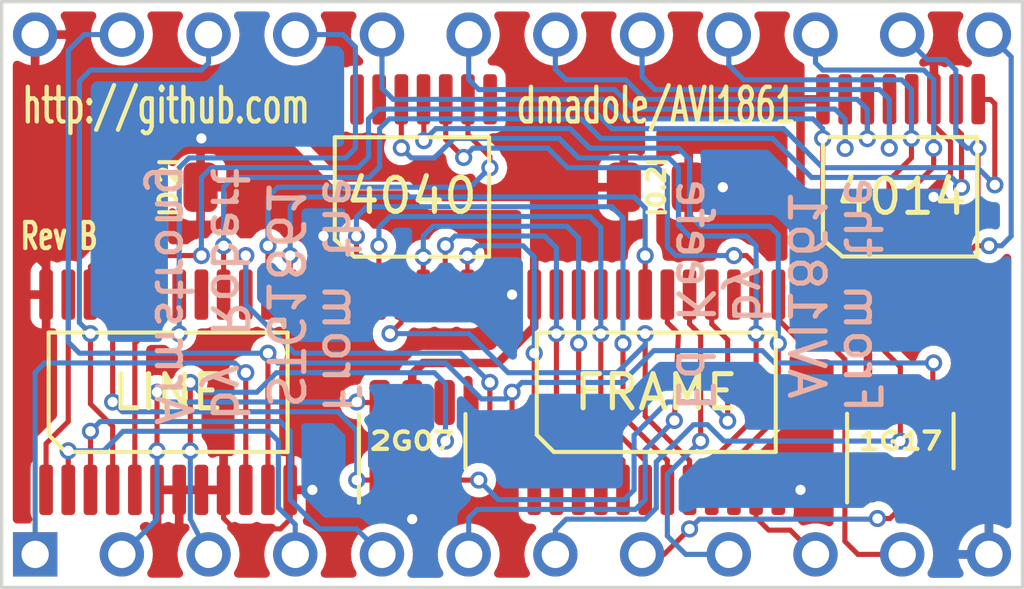
<source format=kicad_pcb>
(kicad_pcb (version 20211014) (generator pcbnew)
  (layers (0 "F.Cu" signal "Front") (31 "B.Cu" signal "Back") (34 "B.Paste" user) (35 "F.Paste" user) (36 "B.SilkS" user "B.Silkscreen") (37 "F.SilkS" user "F.Silkscreen") (38 "B.Mask" user) (39 "F.Mask" user) (44 "Edge.Cuts" user))
  (net 0 "")
  (net 1 "VCC")
  (net 2 "GND")
  (net 3 "Net-(U1-Pad21)")
  (net 4 "/~{INT}")
  (net 5 "Net-(U2-Pad16)")
  (net 6 "/~{DMAO}")
  (net 7 "/~{CLK}")
  (net 8 "/TPA")
  (net 9 "/TPB")
  (net 10 "/~{COMP SYNC}")
  (net 11 "/~{RESET}")
  (net 12 "/~{EFX}")
  (net 13 "/DISP ON")
  (net 14 "/DISP OFF")
  (net 15 "/DI0")
  (net 16 "/DI1")
  (net 17 "/DI2")
  (net 18 "/DI3")
  (net 19 "/DI4")
  (net 20 "/DI5")
  (net 21 "/DI6")
  (net 22 "/DI7")
  (net 23 "/SC0")
  (net 24 "/SC1")
  (net 25 "Net-(U1-Pad1)")
  (net 26 "Net-(U1-Pad16)")
  (net 27 "Net-(U1-Pad13)")
  (net 28 "Net-(U1-Pad14)")
  (net 29 "Net-(U1-Pad15)")
  (net 34 "Net-(U1-Pad22)")
  (net 35 "Net-(U2-Pad3)")
  (net 36 "Net-(U2-Pad4)")
  (net 37 "Net-(U2-Pad5)")
  (net 38 "Net-(U2-Pad6)")
  (net 39 "Net-(U2-Pad7)")
  (net 40 "Net-(U2-Pad8)")
  (net 41 "Net-(U2-Pad9)")
  (net 42 "Net-(U2-Pad10)")
  (net 52 "Net-(U2-Pad14)")
  (net 55 "/VIDEO")
  (net 56 "Net-(J1-Pad23)")
  (footprint "AVI-1861-Reproduction:DIP-24_W15.24mm" (layer "F.Cu") (at 122.5296 89.4842 90)
    (fp_text reference "J1" hide)
    (fp_text value "1861" hide)
  )
  (footprint "AVI-1861-Reproduction:TSSOP-16_4.4x5.0mm_P0.65mm" (layer "F.Cu") (at 147.8825 79 90)
    (fp_text reference "U3" hide)
    (fp_text value "4014")
  )
  (footprint "Package_TO_SOT_SMD:SOT-23-5" (layer "F.Cu") (at 147.875 86.16125 90)
    (fp_text reference "U5" hide)
    (fp_text value "74LVC1G17" hide)
  )
  (footprint "AVI-1861-Reproduction:TSSOP-16_4.4x5.0mm_P0.65mm" (layer "F.Cu") (at 133.5825 79.005 90)
    (fp_text reference "U4" hide)
    (fp_text value "4040")
  )
  (footprint "AVI-1861-Reproduction:TSSOP-24_4.4x7.8mm_P0.65mm" (layer "F.Cu") (at 140.725 84.73 90)
    (fp_text reference "U2" hide)
    (fp_text value "FRAME")
  )
  (footprint "Capacitor_SMD:C_0805_2012Metric" (layer "F.Cu") (at 140.725 78.71875)
    (fp_text reference "C2" hide)
    (fp_text value "0.22u" hide)
  )
  (footprint "AVI-1861-Reproduction:TSSOP-24_4.4x7.8mm_P0.65mm" (layer "F.Cu") (at 126.425 84.73 90)
    (fp_text reference "U1" hide)
    (fp_text value "LINE")
  )
  (footprint "Package_TO_SOT_SMD:SOT-23-6" (layer "F.Cu") (at 133.575 86.16875 90)
    (fp_text reference "U6" hide)
    (fp_text value "74LVC2G07" hide)
  )
  (footprint "Capacitor_SMD:C_0805_2012Metric" (layer "F.Cu") (at 126.425 78.71875)
    (fp_text reference "C1" hide)
    (fp_text value "0.22u" hide)
  )
  (gr_line (start 151.45 90.455) (end 151.45 73.28) (layer "Edge.Cuts") (width 0.1))
  (gr_line (start 121.55 90.455) (end 151.45 90.455) (layer "Edge.Cuts") (width 0.1))
  (gr_line (start 151.45 73.28) (end 121.55 73.28) (layer "Edge.Cuts") (width 0.1))
  (gr_line (start 121.55 73.28) (end 121.55 90.455) (layer "Edge.Cuts") (width 0.1))
  (gr_text "From the\nSTG1861\nby Robert\nArmstrong" (at 129.025 81.8675 270) (layer "B.SilkS") (effects (font (size 1.016 1.016) (thickness 0.1524)) (justify mirror)))
  (gr_text "From the\nAVI1861\nby\nEd Keefe" (at 144.3 81.8675 270) (layer "B.SilkS") (effects (font (size 1.016 1.016) (thickness 0.1524)) (justify mirror)))
  (gr_text "1G17" (at 147.875 86.16125) (layer "F.SilkS") (effects (font (size 0.508 0.635) (thickness 0.127))))
  (gr_text "0.2" (at 126.425 78.71875 90) (layer "F.SilkS") (effects (font (size 0.508 0.508) (thickness 0.127))))
  (gr_text "dmadole/AVI1861" (at 140.725 76.327) (layer "F.SilkS") (effects (font (size 1.016 0.6096) (thickness 0.127))))
  (gr_text "http://github.com" (at 126.365 76.327) (layer "F.SilkS") (effects (font (size 1.016 0.6096) (thickness 0.127))))
  (gr_text "Rev B" (at 123.231475 80.15384) (layer "F.SilkS") (effects (font (size 0.762 0.508) (thickness 0.127))))
  (gr_text "2G07" (at 133.575 86.16125) (layer "F.SilkS") (effects (font (size 0.508 0.635) (thickness 0.127))))
  (gr_text "0.2" (at 140.725 78.71875 90) (layer "F.SilkS") (effects (font (size 0.508 0.508) (thickness 0.127))))
  (segment (start 133.559886 78.4325) (end 134.132386 79.005) (width 0.25) (layer "F.Cu") (net 1))
  (segment (start 134.132386 79.005) (end 137.15 79.005) (width 0.25) (layer "F.Cu") (net 1))
  (segment (start 125.475 78.71875) (end 122.525 78.71875) (width 0.25) (layer "F.Cu") (net 1))
  (segment (start 131.3075 76.1475) (end 131.3025 76.1425) (width 0.15) (layer "F.Cu") (net 1))
  (segment (start 133.575 84.19625) (end 133.575 84.4825) (width 0.25) (layer "F.Cu") (net 1))
  (segment (start 144.95 82.64875) (end 144.95 76.1425) (width 0.25) (layer "F.Cu") (net 1))
  (segment (start 126.1 76.1425) (end 125.475 76.7675) (width 0.25) (layer "F.Cu") (net 1))
  (segment (start 146.925 85.02375) (end 146.925 83.61) (width 0.25) (layer "F.Cu") (net 1))
  (segment (start 133.575 84.4825) (end 133.575 85.03125) (width 0.15) (layer "F.Cu") (net 1))
  (segment (start 131.3075 78.115) (end 131.625 78.4325) (width 0.25) (layer "F.Cu") (net 1))
  (segment (start 122.85 81.00875) (end 122.85 81.8675) (width 0.25) (layer "F.Cu") (net 1))
  (segment (start 144.95 76.1425) (end 145.6075 76.1425) (width 0.25) (layer "F.Cu") (net 1))
  (segment (start 131.3025 76.1425) (end 126.1 76.1425) (width 0.25) (layer "F.Cu") (net 1))
  (segment (start 137.15 81.8675) (end 137.15 78.71875) (width 0.25) (layer "F.Cu") (net 1))
  (segment (start 137.15 82.285) (end 137.15 82.809961) (width 0.25) (layer "F.Cu") (net 1))
  (segment (start 131.3075 76.1475) (end 131.3075 78.115) (width 0.25) (layer "F.Cu") (net 1))
  (segment (start 122.5296 80.68835) (end 122.85 81.00875) (width 0.25) (layer "F.Cu") (net 1))
  (segment (start 146.925 83.61) (end 146.308125 82.993125) (width 0.25) (layer "F.Cu") (net 1))
  (segment (start 131.625 78.4325) (end 133.559886 78.4325) (width 0.25) (layer "F.Cu") (net 1))
  (segment (start 139.775 78.71875) (end 137.15 78.71875) (width 0.25) (layer "F.Cu") (net 1))
  (segment (start 146.308125 82.993125) (end 145.294375 82.993125) (width 0.25) (layer "F.Cu") (net 1))
  (segment (start 145.294375 82.993125) (end 144.95 82.64875) (width 0.25) (layer "F.Cu") (net 1))
  (segment (start 137.15 82.809961) (end 136.088711 83.87125) (width 0.25) (layer "F.Cu") (net 1))
  (segment (start 122.5296 74.2442) (end 122.5296 80.68835) (width 0.25) (layer "F.Cu") (net 1))
  (segment (start 137.15 81.8675) (end 137.15 82.285) (width 0.15) (layer "F.Cu") (net 1))
  (segment (start 133.9 83.87125) (end 133.575 84.19625) (width 0.25) (layer "F.Cu") (net 1))
  (segment (start 136.088711 83.87125) (end 133.9 83.87125) (width 0.25) (layer "F.Cu") (net 1))
  (segment (start 125.475 76.7675) (end 125.475 78.71875) (width 0.25) (layer "F.Cu") (net 1))
  (segment (start 126.75 87.5925) (end 127.4 87.5925) (width 0.15) (layer "F.Cu") (net 2))
  (segment (start 148.85 78.819207) (end 149.343692 78.325515) (width 0.15) (layer "F.Cu") (net 2))
  (segment (start 128.05 87.5925) (end 128.05 88.426) (width 0.15) (layer "F.Cu") (net 2))
  (segment (start 128.05 88.426) (end 128.3615 88.7375) (width 0.15) (layer "F.Cu") (net 2))
  (segment (start 128.3615 88.7375) (end 129.71375 88.7375) (width 0.15) (layer "F.Cu") (net 2))
  (segment (start 148.8575 76.902304) (end 148.8575 76.1375) (width 0.15) (layer "F.Cu") (net 2))
  (segment (start 149.343692 78.325515) (end 149.343692 77.388496) (width 0.15) (layer "F.Cu") (net 2))
  (segment (start 127.4 87.5925) (end 128.05 87.5925) (width 0.15) (layer "F.Cu") (net 2))
  (segment (start 126.1 87.5925) (end 126.75 87.5925) (width 0.15) (layer "F.Cu") (net 2))
  (segment (start 129.71375 88.7375) (end 130 88.45125) (width 0.15) (layer "F.Cu") (net 2))
  (segment (start 130 88.45125) (end 130 87.5925) (width 0.15) (layer "F.Cu") (net 2))
  (segment (start 148.85 79.005) (end 148.85 78.819207) (width 0.15) (layer "F.Cu") (net 2))
  (segment (start 149.343692 77.388496) (end 148.8575 76.902304) (width 0.15) (layer "F.Cu") (net 2))
  (via (at 127.4 77.2875) (size 0.5) (drill 0.3) (layers "F.Cu" "B.Cu") (net 2))
  (via (at 133.575 88.45125) (size 0.5) (drill 0.3) (layers "F.Cu" "B.Cu") (net 2))
  (via (at 130.65 87.5925) (size 0.5) (drill 0.3) (layers "F.Cu" "B.Cu") (net 2))
  (via (at 148.85 79.005) (size 0.5) (drill 0.3) (layers "F.Cu" "B.Cu") (net 2))
  (via (at 130.975 80.15) (size 0.5) (drill 0.3) (layers "F.Cu" "B.Cu") (net 2))
  (via (at 142.675 78.71875) (size 0.5) (drill 0.3) (layers "F.Cu" "B.Cu") (net 2))
  (via (at 144.95 87.5925) (size 0.5) (drill 0.3) (layers "F.Cu" "B.Cu") (net 2))
  (via (at 136.5 81.8675) (size 0.5) (drill 0.3) (layers "F.Cu" "B.Cu") (net 2))
  (segment (start 124.8 85.01625) (end 124.8 81.8675) (width 0.15) (layer "F.Cu") (net 3))
  (segment (start 131.95 87.30625) (end 132.625 87.30625) (width 0.15) (layer "F.Cu") (net 3))
  (via (at 131.95 87.30625) (size 0.5) (drill 0.3) (layers "F.Cu" "B.Cu") (net 3))
  (via (at 124.8 85.01625) (size 0.5) (drill 0.3) (layers "F.Cu" "B.Cu") (net 3))
  (segment (start 131.95 87.30625) (end 131.95 85.855625) (width 0.15) (layer "B.Cu") (net 3))
  (segment (start 131.396875 85.3025) (end 125.08625 85.3025) (width 0.15) (layer "B.Cu") (net 3))
  (segment (start 125.08625 85.3025) (end 124.8 85.01625) (width 0.15) (layer "B.Cu") (net 3))
  (segment (start 131.95 85.855625) (end 131.396875 85.3025) (width 0.15) (layer "B.Cu") (net 3))
  (segment (start 134.55 86.16125) (end 134.55 85.05625) (width 0.15) (layer "F.Cu") (net 4))
  (segment (start 134.55 85.05625) (end 134.525 85.03125) (width 0.15) (layer "F.Cu") (net 4))
  (segment (start 127.075 84.44375) (end 127.075 86.4475) (width 0.15) (layer "F.Cu") (net 4))
  (via (at 134.55 86.16125) (size 0.5) (drill 0.3) (layers "F.Cu" "B.Cu") (net 4))
  (via (at 127.075 84.44375) (size 0.5) (drill 0.3) (layers "F.Cu" "B.Cu") (net 4))
  (via (at 127.075 86.4475) (size 0.5) (drill 0.3) (layers "F.Cu" "B.Cu") (net 4))
  (segment (start 127.075 84.44375) (end 127.36125 84.73) (width 0.15) (layer "B.Cu") (net 4))
  (segment (start 127.36125 84.73) (end 129.025 84.73) (width 0.15) (layer "B.Cu") (net 4))
  (segment (start 134.225 84.1575) (end 134.55 84.4825) (width 0.15) (layer "B.Cu") (net 4))
  (segment (start 127.075 88.45125) (end 127.6096 89.4842) (width 0.15) (layer "B.Cu") (net 4))
  (segment (start 134.55 84.4825) (end 134.55 86.16125) (width 0.15) (layer "B.Cu") (net 4))
  (segment (start 129.025 84.73) (end 129.5975 84.1575) (width 0.15) (layer "B.Cu") (net 4))
  (segment (start 127.075 86.4475) (end 127.075 88.45125) (width 0.15) (layer "B.Cu") (net 4))
  (segment (start 129.5975 84.1575) (end 134.225 84.1575) (width 0.15) (layer "B.Cu") (net 4))
  (segment (start 142.816421 85.573549) (end 142.816421 83.192671) (width 0.15) (layer "F.Cu") (net 5))
  (segment (start 142.35 82.72625) (end 142.35 81.8675) (width 0.15) (layer "F.Cu") (net 5))
  (segment (start 135.525 87.30625) (end 134.525 87.30625) (width 0.15) (layer "F.Cu") (net 5))
  (segment (start 142.816421 83.192671) (end 142.35 82.72625) (width 0.15) (layer "F.Cu") (net 5))
  (via (at 135.525 87.30625) (size 0.5) (drill 0.3) (layers "F.Cu" "B.Cu") (net 5))
  (via (at 142.816421 85.573549) (size 0.5) (drill 0.3) (layers "F.Cu" "B.Cu") (net 5))
  (segment (start 140.075 85.99125) (end 140.075 87.5925) (width 0.15) (layer "B.Cu") (net 5))
  (segment (start 142.816421 85.573549) (end 142.259122 85.01625) (width 0.15) (layer "B.Cu") (net 5))
  (segment (start 142.259122 85.01625) (end 141.05 85.01625) (width 0.15) (layer "B.Cu") (net 5))
  (segment (start 140.075 87.5925) (end 139.78875 87.87875) (width 0.15) (layer "B.Cu") (net 5))
  (segment (start 136.0975 87.87875) (end 135.525 87.30625) (width 0.15) (layer "B.Cu") (net 5))
  (segment (start 141.05 85.01625) (end 140.075 85.99125) (width 0.15) (layer "B.Cu") (net 5))
  (segment (start 139.78875 87.87875) (end 136.0975 87.87875) (width 0.15) (layer "B.Cu") (net 5))
  (segment (start 131.965 85.03125) (end 131.95 85.01625) (width 0.15) (layer "F.Cu") (net 6))
  (segment (start 132.625 85.03125) (end 131.965 85.03125) (width 0.15) (layer "F.Cu") (net 6))
  (segment (start 126.1 86.4475) (end 126.1 84.73) (width 0.15) (layer "F.Cu") (net 6))
  (via (at 126.1 84.73) (size 0.5) (drill 0.3) (layers "F.Cu" "B.Cu") (net 6))
  (via (at 126.1 86.4475) (size 0.5) (drill 0.3) (layers "F.Cu" "B.Cu") (net 6))
  (via (at 131.95 85.01625) (size 0.5) (drill 0.3) (layers "F.Cu" "B.Cu") (net 6))
  (segment (start 126.1 88.4538) (end 125.0696 89.4842) (width 0.15) (layer "B.Cu") (net 6))
  (segment (start 126.38625 85.01625) (end 126.1 84.73) (width 0.15) (layer "B.Cu") (net 6))
  (segment (start 126.1 86.4475) (end 126.1 88.4538) (width 0.15) (layer "B.Cu") (net 6))
  (segment (start 131.95 85.01625) (end 126.38625 85.01625) (width 0.15) (layer "B.Cu") (net 6))
  (segment (start 128.7 84.1575) (end 128.7 87.5925) (width 0.15) (layer "F.Cu") (net 7))
  (via (at 128.7 84.1575) (size 0.5) (drill 0.3) (layers "F.Cu" "B.Cu") (net 7))
  (segment (start 128.375 83.87125) (end 122.81125 83.87125) (width 0.15) (layer "B.Cu") (net 7))
  (segment (start 122.81125 83.87125) (end 122.5296 84.1529) (width 0.15) (layer "B.Cu") (net 7))
  (segment (start 128.7 84.1575) (end 128.66125 84.1575) (width 0.15) (layer "B.Cu") (net 7))
  (segment (start 128.66125 84.1575) (end 128.375 83.87125) (width 0.15) (layer "B.Cu") (net 7))
  (segment (start 122.5296 84.1529) (end 122.5296 89.4842) (width 0.15) (layer "B.Cu") (net 7))
  (segment (start 123.5 87.5925) (end 123.5 86.4475) (width 0.15) (layer "F.Cu") (net 8))
  (via (at 123.5 86.4475) (size 0.5) (drill 0.3) (layers "F.Cu" "B.Cu") (net 8))
  (segment (start 124.533125 86.4475) (end 125.105625 85.875) (width 0.15) (layer "B.Cu") (net 8))
  (segment (start 129.655625 86.16125) (end 129.655625 88.113025) (width 0.15) (layer "B.Cu") (net 8))
  (segment (start 123.5 86.4475) (end 124.533125 86.4475) (width 0.15) (layer "B.Cu") (net 8))
  (segment (start 129.655625 88.113025) (end 130.1496 88.607) (width 0.15) (layer "B.Cu") (net 8))
  (segment (start 130.1496 88.607) (end 130.1496 89.4842) (width 0.15) (layer "B.Cu") (net 8))
  (segment (start 125.105625 85.875) (end 129.369375 85.875) (width 0.15) (layer "B.Cu") (net 8))
  (segment (start 129.369375 85.875) (end 129.655625 86.16125) (width 0.15) (layer "B.Cu") (net 8))
  (segment (start 124.15 87.5925) (end 124.15 85.875) (width 0.15) (layer "F.Cu") (net 9))
  (via (at 124.15 85.875) (size 0.5) (drill 0.3) (layers "F.Cu" "B.Cu") (net 9))
  (segment (start 124.43625 85.58875) (end 129.71375 85.58875) (width 0.15) (layer "B.Cu") (net 9))
  (segment (start 131.9429 88.7375) (end 132.6896 89.4842) (width 0.15) (layer "B.Cu") (net 9))
  (segment (start 129.71375 85.58875) (end 130 85.875) (width 0.15) (layer "B.Cu") (net 9))
  (segment (start 130 85.875) (end 130 87.87875) (width 0.15) (layer "B.Cu") (net 9))
  (segment (start 130 87.87875) (end 130.85875 88.7375) (width 0.15) (layer "B.Cu") (net 9))
  (segment (start 130.85875 88.7375) (end 131.9429 88.7375) (width 0.15) (layer "B.Cu") (net 9))
  (segment (start 124.15 85.875) (end 124.43625 85.58875) (width 0.15) (layer "B.Cu") (net 9))
  (segment (start 141.375 83.0125) (end 141.05 82.6875) (width 0.15) (layer "F.Cu") (net 10))
  (segment (start 141.05 82.6875) (end 141.05 81.8675) (width 0.15) (layer "F.Cu") (net 10))
  (segment (start 141.254759 85.557581) (end 141.375 83.0125) (width 0.15) (layer "F.Cu") (net 10))
  (via (at 141.254759 85.557581) (size 0.5) (drill 0.3) (layers "F.Cu" "B.Cu") (net 10))
  (segment (start 140.11375 88.165) (end 135.48625 88.165) (width 0.15) (layer "B.Cu") (net 10))
  (segment (start 135.48625 88.165) (end 135.2296 88.42165) (width 0.15) (layer "B.Cu") (net 10))
  (segment (start 140.4 87.87875) (end 140.11375 88.165) (width 0.15) (layer "B.Cu") (net 10))
  (segment (start 135.2296 88.42165) (end 135.2296 89.4842) (width 0.15) (layer "B.Cu") (net 10))
  (segment (start 140.4 86.41234) (end 140.4 87.87875) (width 0.15) (layer "B.Cu") (net 10))
  (segment (start 141.254759 85.557581) (end 140.4 86.41234) (width 0.15) (layer "B.Cu") (net 10))
  (segment (start 140.3096 89.4842) (end 140.9533 89.4842) (width 0.15) (layer "F.Cu") (net 11))
  (segment (start 140.9533 89.4842) (end 141.7 88.7375) (width 0.15) (layer "F.Cu") (net 11))
  (segment (start 147.205625 88.431875) (end 147.569375 88.431875) (width 0.15) (layer "F.Cu") (net 11))
  (segment (start 147.875 88.12625) (end 147.875 87.29875) (width 0.15) (layer "F.Cu") (net 11))
  (segment (start 147.569375 88.431875) (end 147.875 88.12625) (width 0.15) (layer "F.Cu") (net 11))
  (via (at 141.7 88.7375) (size 0.5) (drill 0.3) (layers "F.Cu" "B.Cu") (net 11))
  (via (at 147.205625 88.431875) (size 0.5) (drill 0.3) (layers "F.Cu" "B.Cu") (net 11))
  (segment (start 141.98625 88.45125) (end 141.7 88.7375) (width 0.15) (layer "B.Cu") (net 11))
  (segment (start 147.205625 88.431875) (end 147.18625 88.45125) (width 0.15) (layer "B.Cu") (net 11))
  (segment (start 147.18625 88.45125) (end 141.98625 88.45125) (width 0.15) (layer "B.Cu") (net 11))
  (segment (start 142.025 83.05125) (end 142.025 86.16125) (width 0.15) (layer "F.Cu") (net 12))
  (segment (start 141.7 82.72625) (end 142.025 83.05125) (width 0.15) (layer "F.Cu") (net 12))
  (segment (start 141.7 81.8675) (end 141.7 82.72625) (width 0.15) (layer "F.Cu") (net 12))
  (via (at 142.025 86.16125) (size 0.5) (drill 0.3) (layers "F.Cu" "B.Cu") (net 12))
  (segment (start 141.58795 89.4842) (end 142.8496 89.4842) (width 0.15) (layer "B.Cu") (net 12))
  (segment (start 141.05 88.94625) (end 141.58795 89.4842) (width 0.15) (layer "B.Cu") (net 12))
  (segment (start 141.05 87.13625) (end 141.05 88.94625) (width 0.15) (layer "B.Cu") (net 12))
  (segment (start 142.025 86.16125) (end 141.05 87.13625) (width 0.15) (layer "B.Cu") (net 12))
  (segment (start 143.65 88.405) (end 144.018 88.773) (width 0.15) (layer "F.Cu") (net 13))
  (segment (start 143.65 87.5925) (end 143.65 88.405) (width 0.15) (layer "F.Cu") (net 13))
  (segment (start 144.648 88.773) (end 145.41 89.535) (width 0.15) (layer "F.Cu") (net 13))
  (segment (start 144.018 88.773) (end 144.648 88.773) (width 0.15) (layer "F.Cu") (net 13))
  (segment (start 145.137325 83.436135) (end 145.920058 83.436135) (width 0.15) (layer "F.Cu") (net 14))
  (segment (start 144.3 82.59881) (end 145.137325 83.436135) (width 0.15) (layer "F.Cu") (net 14))
  (segment (start 144.3 81.8675) (end 144.3 82.59881) (width 0.15) (layer "F.Cu") (net 14))
  (segment (start 146.63295 89.4842) (end 147.9296 89.4842) (width 0.15) (layer "F.Cu") (net 14))
  (segment (start 146.25 83.766077) (end 146.25 89.10125) (width 0.15) (layer "F.Cu") (net 14))
  (segment (start 146.25 89.10125) (end 146.63295 89.4842) (width 0.15) (layer "F.Cu") (net 14))
  (segment (start 145.920058 83.436135) (end 146.25 83.766077) (width 0.15) (layer "F.Cu") (net 14))
  (segment (start 150.475 80.43625) (end 150.0725 80.43625) (width 0.15) (layer "F.Cu") (net 15))
  (segment (start 150.0725 80.43625) (end 149.4925 81.01625) (width 0.15) (layer "F.Cu") (net 15))
  (segment (start 149.4925 81.01625) (end 149.4925 81.8675) (width 0.15) (layer "F.Cu") (net 15))
  (via (at 150.475 80.43625) (size 0.5) (drill 0.3) (layers "F.Cu" "B.Cu") (net 15))
  (segment (start 150.83875 80.43625) (end 151.121765 80.153235) (width 0.15) (layer "B.Cu") (net 15))
  (segment (start 150.475 80.43625) (end 150.83875 80.43625) (width 0.15) (layer "B.Cu") (net 15))
  (segment (start 151.121765 74.896365) (end 150.4696 74.2442) (width 0.15) (layer "B.Cu") (net 15))
  (segment (start 151.121765 80.153235) (end 151.121765 74.896365) (width 0.15) (layer "B.Cu") (net 15))
  (segment (start 150.15 79.728125) (end 148.8425 81.035625) (width 0.15) (layer "F.Cu") (net 16))
  (segment (start 150.15 77.57375) (end 150.15 79.728125) (width 0.15) (layer "F.Cu") (net 16))
  (segment (start 148.8425 81.035625) (end 148.8425 81.8675) (width 0.15) (layer "F.Cu") (net 16))
  (via (at 150.15 77.57375) (size 0.5) (drill 0.3) (layers "F.Cu" "B.Cu") (net 16))
  (segment (start 149.5 77.24875) (end 149.5 75.28375) (width 0.15) (layer "B.Cu") (net 16))
  (segment (start 148.663525 74.978125) (end 147.9296 74.2442) (width 0.15) (layer "B.Cu") (net 16))
  (segment (start 149.5 75.28375) (end 149.194375 74.978125) (width 0.15) (layer "B.Cu") (net 16))
  (segment (start 150.15 77.57375) (end 149.825 77.57375) (width 0.15) (layer "B.Cu") (net 16))
  (segment (start 149.825 77.57375) (end 149.5 77.24875) (width 0.15) (layer "B.Cu") (net 16))
  (segment (start 149.194375 74.978125) (end 148.663525 74.978125) (width 0.15) (layer "B.Cu") (net 16))
  (segment (start 148.85 78.126875) (end 148.1925 78.784375) (width 0.15) (layer "F.Cu") (net 17))
  (segment (start 148.1925 78.784375) (end 148.1925 81.8675) (width 0.15) (layer "F.Cu") (net 17))
  (segment (start 148.85 77.57375) (end 148.85 78.126875) (width 0.15) (layer "F.Cu") (net 17))
  (via (at 148.85 77.57375) (size 0.5) (drill 0.3) (layers "F.Cu" "B.Cu") (net 17))
  (segment (start 145.6 75.28375) (end 145.3896 75.07335) (width 0.15) (layer "B.Cu") (net 17))
  (segment (start 148.85 75.57) (end 148.56375 75.28375) (width 0.15) (layer "B.Cu") (net 17))
  (segment (start 145.3896 75.07335) (end 145.3896 74.2442) (width 0.15) (layer "B.Cu") (net 17))
  (segment (start 148.85 77.57375) (end 148.85 75.57) (width 0.15) (layer "B.Cu") (net 17))
  (segment (start 148.56375 75.28375) (end 145.6 75.28375) (width 0.15) (layer "B.Cu") (net 17))
  (segment (start 148.2 77.86) (end 147.5425 78.5175) (width 0.15) (layer "F.Cu") (net 18))
  (segment (start 148.2 77.2875) (end 148.2 77.86) (width 0.15) (layer "F.Cu") (net 18))
  (segment (start 147.5425 78.5175) (end 147.5425 81.8675) (width 0.15) (layer "F.Cu") (net 18))
  (via (at 148.2 77.2875) (size 0.5) (drill 0.3) (layers "F.Cu" "B.Cu") (net 18))
  (segment (start 148.2 75.85625) (end 147.91375 75.57) (width 0.15) (layer "B.Cu") (net 18))
  (segment (start 143.28625 75.57) (end 142.8496 75.13335) (width 0.15) (layer "B.Cu") (net 18))
  (segment (start 148.2 77.2875) (end 148.2 75.85625) (width 0.15) (layer "B.Cu") (net 18))
  (segment (start 142.8496 75.13335) (end 142.8496 74.2442) (width 0.15) (layer "B.Cu") (net 18))
  (segment (start 147.91375 75.57) (end 143.28625 75.57) (width 0.15) (layer "B.Cu") (net 18))
  (segment (start 147.5575 77.56625) (end 147.5575 76.1375) (width 0.15) (layer "F.Cu") (net 19))
  (segment (start 147.55 77.57375) (end 147.5575 77.56625) (width 0.15) (layer "F.Cu") (net 19))
  (via (at 147.55 77.57375) (size 0.5) (drill 0.3) (layers "F.Cu" "B.Cu") (net 19))
  (segment (start 140.3096 75.4796) (end 140.3096 74.2442) (width 0.15) (layer "B.Cu") (net 19))
  (segment (start 147.55 77.57375) (end 147.55 76.1425) (width 0.15) (layer "B.Cu") (net 19))
  (segment (start 147.55 76.1425) (end 147.26375 75.85625) (width 0.15) (layer "B.Cu") (net 19))
  (segment (start 147.26375 75.85625) (end 140.68625 75.85625) (width 0.15) (layer "B.Cu") (net 19))
  (segment (start 140.68625 75.85625) (end 140.3096 75.4796) (width 0.15) (layer "B.Cu") (net 19))
  (segment (start 146.9075 77.295) (end 146.9075 76.1425) (width 0.15) (layer "F.Cu") (net 20))
  (via (at 146.9075 77.295) (size 0.5) (drill 0.3) (layers "F.Cu" "B.Cu") (net 20))
  (segment (start 137.7696 75.25335) (end 137.7696 74.2442) (width 0.15) (layer "B.Cu") (net 20))
  (segment (start 146.61375 76.1425) (end 140.4 76.1425) (width 0.15) (layer "B.Cu") (net 20))
  (segment (start 146.9075 77.295) (end 146.9075 76.43625) (width 0.15) (layer "B.Cu") (net 20))
  (segment (start 140.4 76.1425) (end 139.8275 75.57) (width 0.15) (layer "B.Cu") (net 20))
  (segment (start 138.08625 75.57) (end 137.7696 75.25335) (width 0.15) (layer "B.Cu") (net 20))
  (segment (start 146.9075 76.43625) (end 146.61375 76.1425) (width 0.15) (layer "B.Cu") (net 20))
  (segment (start 139.8275 75.57) (end 138.08625 75.57) (width 0.15) (layer "B.Cu") (net 20))
  (segment (start 146.2575 77.58125) (end 146.2575 76.1425) (width 0.15) (layer "F.Cu") (net 21))
  (via (at 146.2575 77.58125) (size 0.5) (drill 0.3) (layers "F.Cu" "B.Cu") (net 21))
  (segment (start 135.2296 75.56085) (end 135.2296 74.2442) (width 0.15) (layer "B.Cu") (net 21))
  (segment (start 146.2575 76.7225) (end 145.96375 76.42875) (width 0.15) (layer "B.Cu") (net 21))
  (segment (start 135.525 75.85625) (end 135.2296 75.56085) (width 0.15) (layer "B.Cu") (net 21))
  (segment (start 139.5025 75.85625) (end 135.525 75.85625) (width 0.15) (layer "B.Cu") (net 21))
  (segment (start 140.075 76.42875) (end 139.5025 75.85625) (width 0.15) (layer "B.Cu") (net 21))
  (segment (start 145.96375 76.42875) (end 140.075 76.42875) (width 0.15) (layer "B.Cu") (net 21))
  (segment (start 146.2575 77.58125) (end 146.2575 76.7225) (width 0.15) (layer "B.Cu") (net 21))
  (segment (start 145.6 81.8625) (end 145.6 77.2875) (width 0.15) (layer "F.Cu") (net 22))
  (via (at 145.6 77.2875) (size 0.5) (drill 0.3) (layers "F.Cu" "B.Cu") (net 22))
  (segment (start 145.6 77.2875) (end 145.6 77.00125) (width 0.15) (layer "B.Cu") (net 22))
  (segment (start 145.6 77.00125) (end 145.31375 76.715) (width 0.15) (layer "B.Cu") (net 22))
  (segment (start 145.31375 76.715) (end 139.75 76.715) (width 0.15) (layer "B.Cu") (net 22))
  (segment (start 139.1775 76.1425) (end 133.015725 76.1425) (width 0.15) (layer "B.Cu") (net 22))
  (segment (start 132.6896 75.816375) (end 132.6896 74.2442) (width 0.15) (layer "B.Cu") (net 22))
  (segment (start 139.75 76.715) (end 139.1775 76.1425) (width 0.15) (layer "B.Cu") (net 22))
  (segment (start 133.015725 76.1425) (end 132.6896 75.816375) (width 0.15) (layer "B.Cu") (net 22))
  (segment (start 126.75 83.0125) (end 125.73625 83.0125) (width 0.15) (layer "F.Cu") (net 23))
  (segment (start 125.45 83.29875) (end 125.45 87.5925) (width 0.15) (layer "F.Cu") (net 23))
  (segment (start 125.73625 83.0125) (end 125.45 83.29875) (width 0.15) (layer "F.Cu") (net 23))
  (via (at 126.75 83.0125) (size 0.5) (drill 0.3) (layers "F.Cu" "B.Cu") (net 23))
  (segment (start 131.91125 74.605269) (end 131.550181 74.2442) (width 0.15) (layer "B.Cu") (net 23))
  (segment (start 131.550181 74.2442) (end 130.1496 74.2442) (width 0.15) (layer "B.Cu") (net 23))
  (segment (start 126.75 78.14625) (end 127.03625 77.86) (width 0.15) (layer "B.Cu") (net 23))
  (segment (start 131.625 77.86) (end 131.91125 77.57375) (width 0.15) (layer "B.Cu") (net 23))
  (segment (start 127.03625 77.86) (end 131.625 77.86) (width 0.15) (layer "B.Cu") (net 23))
  (segment (start 131.91125 77.57375) (end 131.91125 74.605269) (width 0.15) (layer "B.Cu") (net 23))
  (segment (start 126.75 83.0125) (end 126.75 78.14625) (width 0.15) (layer "B.Cu") (net 23))
  (segment (start 124.15 85.074283) (end 124.8 85.724283) (width 0.15) (layer "F.Cu") (net 24))
  (segment (start 124.8 85.724283) (end 124.8 87.5925) (width 0.15) (layer "F.Cu") (net 24))
  (segment (start 124.15 83.0125) (end 124.15 85.074283) (width 0.15) (layer "F.Cu") (net 24))
  (via (at 124.15 83.0125) (size 0.5) (drill 0.3) (layers "F.Cu" "B.Cu") (net 24))
  (segment (start 123.825 82.6875) (end 123.825 75.60875) (width 0.15) (layer "B.Cu") (net 24))
  (segment (start 123.825 75.60875) (end 124.15 75.28375) (width 0.15) (layer "B.Cu") (net 24))
  (segment (start 127.4 75.28375) (end 127.6096 75.07415) (width 0.15) (layer "B.Cu") (net 24))
  (segment (start 127.6096 75.07415) (end 127.6096 74.2442) (width 0.15) (layer "B.Cu") (net 24))
  (segment (start 124.15 75.28375) (end 127.4 75.28375) (width 0.15) (layer "B.Cu") (net 24))
  (segment (start 124.15 83.0125) (end 123.825 82.6875) (width 0.15) (layer "B.Cu") (net 24))
  (segment (start 123.5 85.58875) (end 123.5 81.8675) (width 0.15) (layer "F.Cu") (net 25))
  (segment (start 122.85 87.5925) (end 122.85 86.23875) (width 0.15) (layer "F.Cu") (net 25))
  (segment (start 122.85 86.23875) (end 123.5 85.58875) (width 0.15) (layer "F.Cu") (net 25))
  (segment (start 149.5 76.145) (end 149.5075 76.1375) (width 0.15) (layer "F.Cu") (net 26))
  (segment (start 128.05 80.43625) (end 128.05 81.8675) (width 0.15) (layer "F.Cu") (net 26))
  (segment (start 149.5 77.00125) (end 149.5 76.145) (width 0.15) (layer "F.Cu") (net 26))
  (segment (start 149.666231 78.720006) (end 149.666231 77.167481) (width 0.15) (layer "F.Cu") (net 26))
  (segment (start 149.666231 77.167481) (end 149.5 77.00125) (width 0.15) (layer "F.Cu") (net 26))
  (via (at 149.666231 78.720006) (size 0.5) (drill 0.3) (layers "F.Cu" "B.Cu") (net 26))
  (via (at 128.05 80.43625) (size 0.5) (drill 0.3) (layers "F.Cu" "B.Cu") (net 26))
  (segment (start 145.275 78.4325) (end 149.378725 78.4325) (width 0.15) (layer "B.Cu") (net 26))
  (segment (start 132.619375 78.126875) (end 132.619375 77.00125) (width 0.15) (layer "B.Cu") (net 26))
  (segment (start 128.05 78.71875) (end 128.33625 78.4325) (width 0.15) (layer "B.Cu") (net 26))
  (segment (start 128.05 80.43625) (end 128.05 78.71875) (width 0.15) (layer "B.Cu") (net 26))
  (segment (start 138.5275 76.715) (end 139.1 77.2875) (width 0.15) (layer "B.Cu") (net 26))
  (segment (start 139.1 77.2875) (end 144.13 77.2875) (width 0.15) (layer "B.Cu") (net 26))
  (segment (start 149.378725 78.4325) (end 149.666231 78.720006) (width 0.15) (layer "B.Cu") (net 26))
  (segment (start 132.905625 76.715) (end 138.5275 76.715) (width 0.15) (layer "B.Cu") (net 26))
  (segment (start 132.619375 77.00125) (end 132.905625 76.715) (width 0.15) (layer "B.Cu") (net 26))
  (segment (start 144.13 77.2875) (end 145.275 78.4325) (width 0.15) (layer "B.Cu") (net 26))
  (segment (start 128.33625 78.4325) (end 132.31375 78.4325) (width 0.15) (layer "B.Cu") (net 26))
  (segment (start 132.31375 78.4325) (end 132.619375 78.126875) (width 0.15) (layer "B.Cu") (net 26))
  (segment (start 140.4 81.8675) (end 140.4 80.7225) (width 0.15) (layer "F.Cu") (net 27))
  (segment (start 130 80.7225) (end 130 81.8675) (width 0.15) (layer "F.Cu") (net 27))
  (via (at 140.4 80.7225) (size 0.5) (drill 0.3) (layers "F.Cu" "B.Cu") (net 27))
  (via (at 130 80.7225) (size 0.5) (drill 0.3) (layers "F.Cu" "B.Cu") (net 27))
  (segment (start 130 79.29125) (end 130 80.7225) (width 0.15) (layer "B.Cu") (net 27))
  (segment (start 140.4 79.33) (end 140.075 79.005) (width 0.15) (layer "B.Cu") (net 27))
  (segment (start 140.075 79.005) (end 130.28625 79.005) (width 0.15) (layer "B.Cu") (net 27))
  (segment (start 130.28625 79.005) (end 130 79.29125) (width 0.15) (layer "B.Cu") (net 27))
  (segment (start 140.4 80.7225) (end 140.4 79.33) (width 0.15) (layer "B.Cu") (net 27))
  (segment (start 135.85 77.82125) (end 135.2075 77.17875) (width 0.15) (layer "F.Cu") (net 28))
  (segment (start 135.85 78.14625) (end 135.85 77.82125) (width 0.15) (layer "F.Cu") (net 28))
  (segment (start 129.35 80.43625) (end 129.35 81.8675) (width 0.15) (layer "F.Cu") (net 28))
  (segment (start 135.2075 77.17875) (end 135.2075 76.1425) (width 0.15) (layer "F.Cu") (net 28))
  (via (at 129.35 80.43625) (size 0.5) (drill 0.3) (layers "F.Cu" "B.Cu") (net 28))
  (via (at 135.85 78.14625) (size 0.5) (drill 0.3) (layers "F.Cu" "B.Cu") (net 28))
  (segment (start 129.63625 78.71875) (end 129.35 79.005) (width 0.15) (layer "B.Cu") (net 28))
  (segment (start 129.35 79.005) (end 129.35 80.43625) (width 0.15) (layer "B.Cu") (net 28))
  (segment (start 135.2775 78.71875) (end 129.63625 78.71875) (width 0.15) (layer "B.Cu") (net 28))
  (segment (start 135.85 78.14625) (end 135.2775 78.71875) (width 0.15) (layer "B.Cu") (net 28))
  (segment (start 135.85 84.44375) (end 135.85 85.375625) (width 0.15) (layer "F.Cu") (net 29))
  (segment (start 137.15 86.675625) (end 137.15 87.5925) (width 0.15) (layer "F.Cu") (net 29))
  (segment (start 128.7 80.7225) (end 128.7 81.8675) (width 0.15) (layer "F.Cu") (net 29))
  (segment (start 135.85 85.375625) (end 137.15 86.675625) (width 0.15) (layer "F.Cu") (net 29))
  (via (at 135.85 84.44375) (size 0.5) (drill 0.3) (layers "F.Cu" "B.Cu") (net 29))
  (via (at 128.7 80.7225) (size 0.5) (drill 0.3) (layers "F.Cu" "B.Cu") (net 29))
  (segment (start 130.13125 83.585) (end 128.7 82.15375) (width 0.15) (layer "B.Cu") (net 29))
  (segment (start 135.85 84.44375) (end 134.99125 83.585) (width 0.15) (layer "B.Cu") (net 29))
  (segment (start 128.7 82.15375) (end 128.7 80.7225) (width 0.15) (layer "B.Cu") (net 29))
  (segment (start 134.99125 83.585) (end 130.13125 83.585) (width 0.15) (layer "B.Cu") (net 29))
  (segment (start 127.4 80.7225) (end 124.475 80.7225) (width 0.15) (layer "F.Cu") (net 34))
  (segment (start 150.15 76.145) (end 150.1575 76.1375) (width 0.15) (layer "F.Cu") (net 34))
  (segment (start 150.642566 76.271316) (end 150.51625 76.145) (width 0.15) (layer "F.Cu") (net 34))
  (segment (start 124.15 81.0475) (end 124.15 81.8675) (width 0.15) (layer "F.Cu") (net 34))
  (segment (start 150.51625 76.145) (end 150.15 76.145) (width 0.15) (layer "F.Cu") (net 34))
  (segment (start 150.642566 78.651204) (end 150.642566 76.271316) (width 0.15) (layer "F.Cu") (net 34))
  (segment (start 124.475 80.7225) (end 124.15 81.0475) (width 0.15) (layer "F.Cu") (net 34))
  (via (at 150.642566 78.651204) (size 0.5) (drill 0.3) (layers "F.Cu" "B.Cu") (net 34))
  (via (at 127.4 80.7225) (size 0.5) (drill 0.3) (layers "F.Cu" "B.Cu") (net 34))
  (segment (start 138.8525 76.42875) (end 132.580625 76.42875) (width 0.15) (layer "B.Cu") (net 34))
  (segment (start 127.68625 78.14625) (end 127.4 78.4325) (width 0.15) (layer "B.Cu") (net 34))
  (segment (start 144.455 77.00125) (end 139.425 77.00125) (width 0.15) (layer "B.Cu") (net 34))
  (segment (start 132.294375 76.715) (end 132.294375 77.840625) (width 0.15) (layer "B.Cu") (net 34))
  (segment (start 139.425 77.00125) (end 138.8525 76.42875) (width 0.15) (layer "B.Cu") (net 34))
  (segment (start 132.580625 76.42875) (end 132.294375 76.715) (width 0.15) (layer "B.Cu") (net 34))
  (segment (start 150.642566 78.651204) (end 150.137612 78.14625) (width 0.15) (layer "B.Cu") (net 34))
  (segment (start 131.98875 78.14625) (end 127.68625 78.14625) (width 0.15) (layer "B.Cu") (net 34))
  (segment (start 127.4 78.4325) (end 127.4 80.7225) (width 0.15) (layer "B.Cu") (net 34))
  (segment (start 150.137612 78.14625) (end 145.6 78.14625) (width 0.15) (layer "B.Cu") (net 34))
  (segment (start 145.6 78.14625) (end 144.455 77.00125) (width 0.15) (layer "B.Cu") (net 34))
  (segment (start 132.294375 77.840625) (end 131.98875 78.14625) (width 0.15) (layer "B.Cu") (net 34))
  (segment (start 138.45 86.73375) (end 138.45 87.5925) (width 0.15) (layer "F.Cu") (net 35))
  (segment (start 135.1925 80.73) (end 135.1925 81.8675) (width 0.127) (layer "F.Cu") (net 35))
  (segment (start 137.15 85.43375) (end 138.45 86.73375) (width 0.15) (layer "F.Cu") (net 35))
  (segment (start 137.15 83.585) (end 137.15 85.43375) (width 0.15) (layer "F.Cu") (net 35))
  (via (at 135.1925 80.73) (size 0.5) (drill 0.3) (layers "F.Cu" "B.Cu") (net 35))
  (via (at 137.15 83.585) (size 0.5) (drill 0.3) (layers "F.Cu" "B.Cu") (net 35))
  (segment (start 136.825 80.43625) (end 135.48625 80.43625) (width 0.15) (layer "B.Cu") (net 35))
  (segment (start 135.48625 80.43625) (end 135.1925 80.73) (width 0.15) (layer "B.Cu") (net 35))
  (segment (start 137.15 83.585) (end 137.15 80.76125) (width 0.15) (layer "B.Cu") (net 35))
  (segment (start 137.15 80.76125) (end 136.825 80.43625) (width 0.15) (layer "B.Cu") (net 35))
  (segment (start 137.8 83.0125) (end 137.8 85.43375) (width 0.15) (layer "F.Cu") (net 36))
  (segment (start 134.55 80.42875) (end 134.5425 80.43625) (width 0.15) (layer "F.Cu") (net 36))
  (segment (start 137.8 85.43375) (end 139.1 86.73375) (width 0.15) (layer "F.Cu") (net 36))
  (segment (start 139.1 86.73375) (end 139.1 87.5925) (width 0.15) (layer "F.Cu") (net 36))
  (segment (start 134.5425 80.43625) (end 134.5425 81.97242) (width 0.15) (layer "F.Cu") (net 36))
  (via (at 137.8 83.0125) (size 0.5) (drill 0.3) (layers "F.Cu" "B.Cu") (net 36))
  (via (at 134.55 80.42875) (size 0.5) (drill 0.3) (layers "F.Cu" "B.Cu") (net 36))
  (segment (start 137.8 80.494375) (end 137.8 83.0125) (width 0.15) (layer "B.Cu") (net 36))
  (segment (start 134.82875 80.15) (end 137.455625 80.15) (width 0.15) (layer "B.Cu") (net 36))
  (segment (start 137.455625 80.15) (end 137.8 80.494375) (width 0.15) (layer "B.Cu") (net 36))
  (segment (start 134.55 80.42875) (end 134.82875 80.15) (width 0.15) (layer "B.Cu") (net 36))
  (segment (start 138.45 85.43375) (end 139.75 86.73375) (width 0.15) (layer "F.Cu") (net 37))
  (segment (start 133.9 80.76125) (end 133.9 81.8675) (width 0.15) (layer "F.Cu") (net 37))
  (segment (start 139.75 86.73375) (end 139.75 87.5925) (width 0.15) (layer "F.Cu") (net 37))
  (segment (start 138.45 83.29875) (end 138.45 85.43375) (width 0.15) (layer "F.Cu") (net 37))
  (via (at 133.9 80.76125) (size 0.5) (drill 0.3) (layers "F.Cu" "B.Cu") (net 37))
  (via (at 138.45 83.29875) (size 0.5) (drill 0.3) (layers "F.Cu" "B.Cu") (net 37))
  (segment (start 134.18625 79.86375) (end 138.105625 79.86375) (width 0.15) (layer "B.Cu") (net 37))
  (segment (start 138.45 80.208125) (end 138.45 83.29875) (width 0.15) (layer "B.Cu") (net 37))
  (segment (start 133.9 80.15) (end 134.18625 79.86375) (width 0.15) (layer "B.Cu") (net 37))
  (segment (start 133.9 80.76125) (end 133.9 80.15) (width 0.15) (layer "B.Cu") (net 37))
  (segment (start 138.105625 79.86375) (end 138.45 80.208125) (width 0.15) (layer "B.Cu") (net 37))
  (segment (start 132.6 81.97992) (end 132.5925 81.97242) (width 0.2) (layer "F.Cu") (net 38))
  (segment (start 140.4 86.73375) (end 140.4 87.5925) (width 0.15) (layer "F.Cu") (net 38))
  (segment (start 139.1 85.43375) (end 140.4 86.73375) (width 0.15) (layer "F.Cu") (net 38))
  (segment (start 139.1 83.0125) (end 139.1 85.43375) (width 0.15) (layer "F.Cu") (net 38))
  (segment (start 132.6 80.43625) (end 132.6 81.97992) (width 0.15) (layer "F.Cu") (net 38))
  (via (at 132.6 80.43625) (size 0.5) (drill 0.3) (layers "F.Cu" "B.Cu") (net 38))
  (via (at 139.1 83.0125) (size 0.5) (drill 0.3) (layers "F.Cu" "B.Cu") (net 38))
  (segment (start 132.6 80.43625) (end 132.6 79.9025) (width 0.15) (layer "B.Cu") (net 38))
  (segment (start 132.6 79.9025) (end 132.925 79.5775) (width 0.15) (layer "B.Cu") (net 38))
  (segment (start 139.1 79.9025) (end 139.1 83.0125) (width 0.15) (layer "B.Cu") (net 38))
  (segment (start 132.925 79.5775) (end 138.775 79.5775) (width 0.15) (layer "B.Cu") (net 38))
  (segment (start 138.775 79.5775) (end 139.1 79.9025) (width 0.15) (layer "B.Cu") (net 38))
  (segment (start 141.05 86.73375) (end 141.05 87.5925) (width 0.15) (layer "F.Cu") (net 39))
  (segment (start 139.75 83.29875) (end 139.75 85.43375) (width 0.15) (layer "F.Cu") (net 39))
  (segment (start 131.9425 80.1575) (end 131.9425 81.97242) (width 0.15) (layer "F.Cu") (net 39))
  (segment (start 139.75 85.43375) (end 141.05 86.73375) (width 0.15) (layer "F.Cu") (net 39))
  (via (at 131.9425 80.1575) (size 0.5) (drill 0.3) (layers "F.Cu" "B.Cu") (net 39))
  (via (at 139.75 83.29875) (size 0.5) (drill 0.3) (layers "F.Cu" "B.Cu") (net 39))
  (segment (start 139.75 79.61625) (end 139.75 83.29875) (width 0.15) (layer "B.Cu") (net 39))
  (segment (start 132.248125 79.29125) (end 139.425 79.29125) (width 0.15) (layer "B.Cu") (net 39))
  (segment (start 131.9425 80.1575) (end 131.9425 79.596875) (width 0.15) (layer "B.Cu") (net 39))
  (segment (start 139.425 79.29125) (end 139.75 79.61625) (width 0.15) (layer "B.Cu") (net 39))
  (segment (start 131.9425 79.596875) (end 132.248125 79.29125) (width 0.15) (layer "B.Cu") (net 39))
  (segment (start 132.925 83.0125) (end 133.25 82.6875) (width 0.15) (layer "F.Cu") (net 40))
  (segment (start 141.7 86.73375) (end 141.7 87.5925) (width 0.15) (layer "F.Cu") (net 40))
  (segment (start 140.4 83.0125) (end 140.4 85.43375) (width 0.15) (layer "F.Cu") (net 40))
  (segment (start 133.25 82.6875) (end 133.25 81.8675) (width 0.15) (layer "F.Cu") (net 40))
  (segment (start 140.4 85.43375) (end 141.7 86.73375) (width 0.15) (layer "F.Cu") (net 40))
  (via (at 132.925 83.0125) (size 0.5) (drill 0.3) (layers "F.Cu" "B.Cu") (net 40))
  (via (at 140.4 83.0125) (size 0.5) (drill 0.3) (layers "F.Cu" "B.Cu") (net 40))
  (segment (start 136.38375 84.1575) (end 137.475 84.1575) (width 0.15) (layer "B.Cu") (net 40))
  (segment (start 132.925 83.0125) (end 135.23875 83.0125) (width 0.15) (layer "B.Cu") (net 40))
  (segment (start 140.4 83.337086) (end 140.4 83.0125) (width 0.15) (layer "B.Cu") (net 40))
  (segment (start 139.579586 84.1575) (end 140.4 83.337086) (width 0.15) (layer "B.Cu") (net 40))
  (segment (start 135.23875 83.0125) (end 136.38375 84.1575) (width 0.15) (layer "B.Cu") (net 40))
  (segment (start 137.475 84.1575) (end 139.579586 84.1575) (width 0.15) (layer "B.Cu") (net 40))
  (segment (start 133.2575 77.56625) (end 133.2575 76.165) (width 0.15) (layer "F.Cu") (net 41))
  (segment (start 143.65 83.0125) (end 143.65 85.43375) (width 0.15) (layer "F.Cu") (net 41))
  (segment (start 143.65 85.43375) (end 142.35 86.73375) (width 0.15) (layer "F.Cu") (net 41))
  (segment (start 142.35 86.73375) (end 142.35 87.5925) (width 0.15) (layer "F.Cu") (net 41))
  (segment (start 133.2575 76.165) (end 133.28 76.1425) (width 0.15) (layer "F.Cu") (net 41))
  (via (at 133.2575 77.56625) (size 0.5) (drill 0.3) (layers "F.Cu" "B.Cu") (net 41))
  (via (at 143.65 83.0125) (size 0.5) (drill 0.3) (layers "F.Cu" "B.Cu") (net 41))
  (segment (start 141.375 78.14625) (end 141.375 79.825) (width 0.15) (layer "B.Cu") (net 41))
  (segment (start 141.7 80.15) (end 143.36375 80.15) (width 0.15) (layer "B.Cu") (net 41))
  (segment (start 137.8775 77.2875) (end 138.45 77.86) (width 0.15) (layer "B.Cu") (net 41))
  (segment (start 141.375 79.825) (end 141.7 80.15) (width 0.15) (layer "B.Cu") (net 41))
  (segment (start 143.36375 80.15) (end 143.65 80.43625) (width 0.15) (layer "B.Cu") (net 41))
  (segment (start 133.2575 77.56625) (end 133.55125 77.86) (width 0.15) (layer "B.Cu") (net 41))
  (segment (start 134.7975 77.2875) (end 137.8775 77.2875) (width 0.15) (layer "B.Cu") (net 41))
  (segment (start 134.225 77.86) (end 134.7975 77.2875) (width 0.15) (layer "B.Cu") (net 41))
  (segment (start 141.08875 77.86) (end 141.375 78.14625) (width 0.15) (layer "B.Cu") (net 41))
  (segment (start 138.45 77.86) (end 141.08875 77.86) (width 0.15) (layer "B.Cu") (net 41))
  (segment (start 143.65 80.43625) (end 143.65 83.0125) (width 0.15) (layer "B.Cu") (net 41))
  (segment (start 133.55125 77.86) (end 134.225 77.86) (width 0.15) (layer "B.Cu") (net 41))
  (segment (start 143 86.73375) (end 143 87.5925) (width 0.15) (layer "F.Cu") (net 42))
  (segment (start 133.915 77.354259) (end 133.915 76.15) (width 0.15) (layer "F.Cu") (net 42))
  (segment (start 144.3 85.43375) (end 143 86.73375) (width 0.15) (layer "F.Cu") (net 42))
  (segment (start 133.915 76.15) (end 133.9075 76.1425) (width 0.15) (layer "F.Cu") (net 42))
  (segment (start 144.3 83.29875) (end 144.3 85.43375) (width 0.15) (layer "F.Cu") (net 42))
  (via (at 133.915 77.354259) (size 0.5) (drill 0.3) (layers "F.Cu" "B.Cu") (net 42))
  (via (at 144.3 83.29875) (size 0.5) (drill 0.3) (layers "F.Cu" "B.Cu") (net 42))
  (segment (start 144.0525 79.86375) (end 144.3 80.11125) (width 0.15) (layer "B.Cu") (net 42))
  (segment (start 144.3 80.11125) (end 144.3 83.29875) (width 0.15) (layer "B.Cu") (net 42))
  (segment (start 134.268009 77.00125) (end 138.2025 77.00125) (width 0.15) (layer "B.Cu") (net 42))
  (segment (start 141.375 77.57375) (end 141.7 77.89875) (width 0.15) (layer "B.Cu") (net 42))
  (segment (start 141.7 77.89875) (end 141.7 79.53875) (width 0.15) (layer "B.Cu") (net 42))
  (segment (start 141.7 79.53875) (end 142.025 79.86375) (width 0.15) (layer "B.Cu") (net 42))
  (segment (start 138.775 77.57375) (end 141.375 77.57375) (width 0.15) (layer "B.Cu") (net 42))
  (segment (start 133.915 77.354259) (end 134.268009 77.00125) (width 0.15) (layer "B.Cu") (net 42))
  (segment (start 138.2025 77.00125) (end 138.775 77.57375) (width 0.15) (layer "B.Cu") (net 42))
  (segment (start 142.025 79.86375) (end 144.0525 79.86375) (width 0.15) (layer "B.Cu") (net 42))
  (segment (start 143.65 81.00875) (end 143.65 81.8675) (width 0.15) (layer "F.Cu") (net 52))
  (segment (start 143 80.7225) (end 143.36375 80.7225) (width 0.15) (layer "F.Cu") (net 52))
  (segment (start 143.36375 80.7225) (end 143.65 81.00875) (width 0.15) (layer "F.Cu") (net 52))
  (segment (start 135.082252 77.847191) (end 134.5575 77.322439) (width 0.15) (layer "F.Cu") (net 52))
  (segment (start 134.5575 77.322439) (end 134.5575 76.1425) (width 0.15) (layer "F.Cu") (net 52))
  (via (at 135.082252 77.847191) (size 0.5) (drill 0.3) (layers "F.Cu" "B.Cu") (net 52))
  (via (at 143 80.7225) (size 0.5) (drill 0.3) (layers "F.Cu" "B.Cu") (net 52))
  (segment (start 140.76375 78.14625) (end 141.05 78.4325) (width 0.15) (layer "B.Cu") (net 52))
  (segment (start 141.2975 80.7225) (end 143 80.7225) (width 0.15) (layer "B.Cu") (net 52))
  (segment (start 137.5525 77.57375) (end 138.125 78.14625) (width 0.15) (layer "B.Cu") (net 52))
  (segment (start 135.355693 77.57375) (end 137.5525 77.57375) (width 0.15) (layer "B.Cu") (net 52))
  (segment (start 135.082252 77.847191) (end 135.355693 77.57375) (width 0.15) (layer "B.Cu") (net 52))
  (segment (start 141.05 80.475) (end 141.2975 80.7225) (width 0.15) (layer "B.Cu") (net 52))
  (segment (start 141.05 78.4325) (end 141.05 80.475) (width 0.15) (layer "B.Cu") (net 52))
  (segment (start 138.125 78.14625) (end 140.76375 78.14625) (width 0.15) (layer "B.Cu") (net 52))
  (segment (start 147.875 83.9875) (end 146.9 83.0125) (width 0.15) (layer "F.Cu") (net 55))
  (segment (start 146.9 83.0125) (end 146.9 81.8625) (width 0.15) (layer "F.Cu") (net 55))
  (segment (start 147.875 86.16125) (end 147.875 83.9875) (width 0.15) (layer "F.Cu") (net 55))
  (via (at 147.875 86.16125) (size 0.5) (drill 0.3) (layers "F.Cu" "B.Cu") (net 55))
  (segment (start 140.725 88.12625) (end 140.4 88.45125) (width 0.15) (layer "B.Cu") (net 55))
  (segment (start 140.725 86.7725) (end 140.725 88.12625) (width 0.15) (layer "B.Cu") (net 55))
  (segment (start 142.706024 86.16125) (end 142.22625 85.681476) (width 0.15) (layer "B.Cu") (net 55))
  (segment (start 138.08625 88.45125) (end 137.7696 88.7679) (width 0.15) (layer "B.Cu") (net 55))
  (segment (start 137.7696 88.7679) (end 137.7696 89.4842) (width 0.15) (layer "B.Cu") (net 55))
  (segment (start 147.875 86.16125) (end 142.706024 86.16125) (width 0.15) (layer "B.Cu") (net 55))
  (segment (start 142.22625 85.681476) (end 141.816024 85.681476) (width 0.15) (layer "B.Cu") (net 55))
  (segment (start 141.816024 85.681476) (end 140.725 86.7725) (width 0.15) (layer "B.Cu") (net 55))
  (segment (start 140.4 88.45125) (end 138.08625 88.45125) (width 0.15) (layer "B.Cu") (net 55))
  (segment (start 148.825 83.89625) (end 148.85 83.87125) (width 0.15) (layer "F.Cu") (net 56))
  (segment (start 136.5 84.73) (end 136.5 85.43375) (width 0.15) (layer "F.Cu") (net 56))
  (segment (start 148.825 85.02375) (end 148.825 83.89625) (width 0.15) (layer "F.Cu") (net 56))
  (segment (start 129.35 87.5925) (end 129.35 83.585) (width 0.15) (layer "F.Cu") (net 56))
  (segment (start 136.5 85.43375) (end 137.8 86.73375) (width 0.15) (layer "F.Cu") (net 56))
  (segment (start 137.8 86.73375) (end 137.8 87.5925) (width 0.15) (layer "F.Cu") (net 56))
  (via (at 148.85 83.87125) (size 0.5) (drill 0.3) (layers "F.Cu" "B.Cu") (net 56))
  (via (at 136.5 84.73) (size 0.5) (drill 0.3) (layers "F.Cu" "B.Cu") (net 56))
  (via (at 129.35 83.585) (size 0.5) (drill 0.3) (layers "F.Cu" "B.Cu") (net 56))
  (segment (start 123.5 83.26) (end 123.5 74.71125) (width 0.15) (layer "B.Cu") (net 56))
  (segment (start 143.83056 83.509637) (end 144.192173 83.87125) (width 0.15) (layer "B.Cu") (net 56))
  (segment (start 129.35 83.585) (end 123.825 83.585) (width 0.15) (layer "B.Cu") (net 56))
  (segment (start 136.5 84.73) (end 136.304213 84.925787) (width 0.15) (layer "B.Cu") (net 56))
  (segment (start 136.304213 84.925787) (end 135.604537 84.925787) (width 0.15) (layer "B.Cu") (net 56))
  (segment (start 135.604537 84.925787) (end 134.55 83.87125) (width 0.15) (layer "B.Cu") (net 56))
  (segment (start 136.5 84.73) (end 136.78625 84.44375) (width 0.15) (layer "B.Cu") (net 56))
  (segment (start 129.63625 83.87125) (end 129.35 83.585) (width 0.15) (layer "B.Cu") (net 56))
  (segment (start 136.78625 84.44375) (end 139.718664 84.44375) (width 0.15) (layer "B.Cu") (net 56))
  (segment (start 139.718664 84.44375) (end 140.652777 83.509637) (width 0.15) (layer "B.Cu") (net 56))
  (segment (start 134.55 83.87125) (end 129.63625 83.87125) (width 0.15) (layer "B.Cu") (net 56))
  (segment (start 123.5 74.71125) (end 123.96705 74.2442) (width 0.15) (layer "B.Cu") (net 56))
  (segment (start 123.825 83.585) (end 123.5 83.26) (width 0.15) (layer "B.Cu") (net 56))
  (segment (start 140.652777 83.509637) (end 143.83056 83.509637) (width 0.15) (layer "B.Cu") (net 56))
  (segment (start 144.192173 83.87125) (end 148.85 83.87125) (width 0.15) (layer "B.Cu") (net 56))
  (segment (start 123.96705 74.2442) (end 125.0696 74.2442) (width 0.15) (layer "B.Cu") (net 56))
  (zone (net 1) (net_name "VCC") (layer "F.Cu") (connect_pads (clearance 0.254)) (min_thickness 0.254) (fill yes (thermal_gap 0.254) (thermal_bridge_width 0.254))
    (polygon (pts (xy 145.070139 76.715) (xy 140.4 76.715) (xy 140.4 81.295) (xy 137.15 81.256598) (xy 137.15 79.005) (xy 134.225 79.005) (xy 133.575 78.4325) (xy 131.508543 78.468892) (xy 129.78353 76.700208) (xy 126.1 76.715) (xy 126.1 82.15375) (xy 123.175 82.15375) (xy 123.175 90.16875) (xy 121.875 90.16875) (xy 121.875 82.15375) (xy 121.875 73.56625) (xy 145.070139 73.56625)))
  )
  (zone (net 2) (net_name "GND") (layer "F.Cu") (connect_pads (clearance 0.254)) (min_thickness 0.254) (fill yes (thermal_gap 0.254) (thermal_bridge_width 0.254))
    (polygon (pts (xy 151.125 90.16875) (xy 123.5 90.16875) (xy 123.5 82.44) (xy 126.425 82.44) (xy 126.425 77.00125) (xy 129.637959 77.020464) (xy 131.368822 78.773339) (xy 133.400423 78.786682) (xy 133.9 79.29125) (xy 136.825 79.29125) (xy 136.825 81.58125) (xy 140.725 81.58125) (xy 140.725 77.00125) (xy 146.25 77.00125) (xy 146.25 73.56625) (xy 151.125 73.56625)))
  )
  (zone (net 2) (net_name "GND") (layer "B.Cu") (connect_pads (clearance 0.254)) (min_thickness 0.254) (fill yes (thermal_gap 0.254) (thermal_bridge_width 0.254))
    (polygon (pts (xy 151.125 90.16875) (xy 121.875 90.16875) (xy 121.875 73.56625) (xy 151.125 73.56625)))
  )
)
</source>
